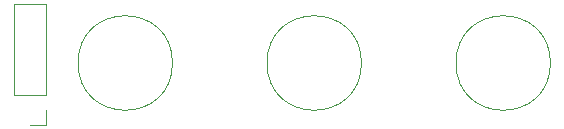
<source format=gbr>
%TF.GenerationSoftware,KiCad,Pcbnew,6.0.10-1.fc36*%
%TF.CreationDate,2023-01-12T16:24:26+01:00*%
%TF.ProjectId,connettori_jack,636f6e6e-6574-4746-9f72-695f6a61636b,rev?*%
%TF.SameCoordinates,Original*%
%TF.FileFunction,Legend,Top*%
%TF.FilePolarity,Positive*%
%FSLAX46Y46*%
G04 Gerber Fmt 4.6, Leading zero omitted, Abs format (unit mm)*
G04 Created by KiCad (PCBNEW 6.0.10-1.fc36) date 2023-01-12 16:24:26*
%MOMM*%
%LPD*%
G01*
G04 APERTURE LIST*
%ADD10C,0.120000*%
G04 APERTURE END LIST*
D10*
%TO.C,J3*%
X144000000Y-100000000D02*
G75*
G03*
X144000000Y-100000000I-4000000J0D01*
G01*
%TO.C,J4*%
X101253600Y-94986800D02*
X98593600Y-94986800D01*
X101253600Y-103936800D02*
X101253600Y-105266800D01*
X101253600Y-102666800D02*
X98593600Y-102666800D01*
X98593600Y-102666800D02*
X98593600Y-94986800D01*
X101253600Y-102666800D02*
X101253600Y-94986800D01*
X101253600Y-105266800D02*
X99923600Y-105266800D01*
%TO.C,J2*%
X128000000Y-100000000D02*
G75*
G03*
X128000000Y-100000000I-4000000J0D01*
G01*
%TO.C,J1*%
X112000000Y-100000000D02*
G75*
G03*
X112000000Y-100000000I-4000000J0D01*
G01*
%TD*%
M02*

</source>
